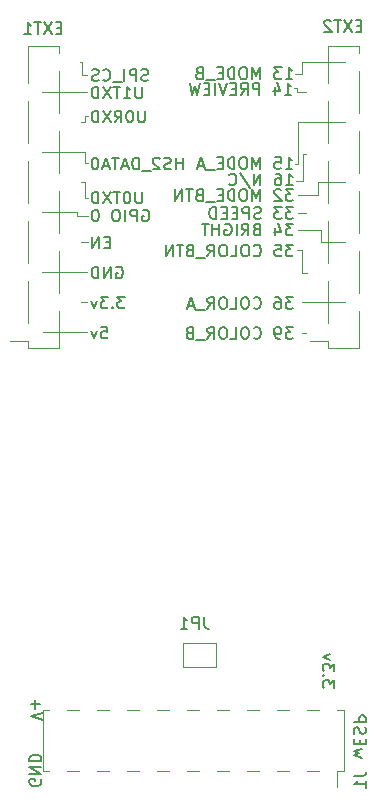
<source format=gbr>
G04 #@! TF.GenerationSoftware,KiCad,Pcbnew,(5.1.5-0-10_14)*
G04 #@! TF.CreationDate,2020-01-23T10:54:37-08:00*
G04 #@! TF.ProjectId,AndyCabinets,416e6479-4361-4626-996e-6574732e6b69,rev?*
G04 #@! TF.SameCoordinates,Original*
G04 #@! TF.FileFunction,Legend,Bot*
G04 #@! TF.FilePolarity,Positive*
%FSLAX46Y46*%
G04 Gerber Fmt 4.6, Leading zero omitted, Abs format (unit mm)*
G04 Created by KiCad (PCBNEW (5.1.5-0-10_14)) date 2020-01-23 10:54:37*
%MOMM*%
%LPD*%
G04 APERTURE LIST*
%ADD10C,0.150000*%
%ADD11C,0.120000*%
G04 APERTURE END LIST*
D10*
X211872485Y-131103042D02*
X211205819Y-130912566D01*
X211682009Y-130722090D01*
X211205819Y-130531614D01*
X211872485Y-130341138D01*
X211729628Y-129960185D02*
X211729628Y-129626852D01*
X211205819Y-129483995D02*
X211205819Y-129960185D01*
X212205819Y-129960185D01*
X212205819Y-129483995D01*
X211253438Y-129103042D02*
X211205819Y-128960185D01*
X211205819Y-128722090D01*
X211253438Y-128626852D01*
X211301057Y-128579233D01*
X211396295Y-128531614D01*
X211491533Y-128531614D01*
X211586771Y-128579233D01*
X211634390Y-128626852D01*
X211682009Y-128722090D01*
X211729628Y-128912566D01*
X211777247Y-129007804D01*
X211824866Y-129055423D01*
X211920104Y-129103042D01*
X212015342Y-129103042D01*
X212110580Y-129055423D01*
X212158200Y-129007804D01*
X212205819Y-128912566D01*
X212205819Y-128674471D01*
X212158200Y-128531614D01*
X211205819Y-128103042D02*
X212205819Y-128103042D01*
X212205819Y-127722090D01*
X212158200Y-127626852D01*
X212110580Y-127579233D01*
X212015342Y-127531614D01*
X211872485Y-127531614D01*
X211777247Y-127579233D01*
X211729628Y-127626852D01*
X211682009Y-127722090D01*
X211682009Y-128103042D01*
X184875419Y-127950261D02*
X183875419Y-127616928D01*
X184875419Y-127283595D01*
X184256371Y-126950261D02*
X184256371Y-126188357D01*
X183875419Y-126569309D02*
X184637323Y-126569309D01*
X184700800Y-132947795D02*
X184748419Y-133043033D01*
X184748419Y-133185890D01*
X184700800Y-133328747D01*
X184605561Y-133423985D01*
X184510323Y-133471604D01*
X184319847Y-133519223D01*
X184176990Y-133519223D01*
X183986514Y-133471604D01*
X183891276Y-133423985D01*
X183796038Y-133328747D01*
X183748419Y-133185890D01*
X183748419Y-133090652D01*
X183796038Y-132947795D01*
X183843657Y-132900176D01*
X184176990Y-132900176D01*
X184176990Y-133090652D01*
X183748419Y-132471604D02*
X184748419Y-132471604D01*
X183748419Y-131900176D01*
X184748419Y-131900176D01*
X183748419Y-131423985D02*
X184748419Y-131423985D01*
X184748419Y-131185890D01*
X184700800Y-131043033D01*
X184605561Y-130947795D01*
X184510323Y-130900176D01*
X184319847Y-130852557D01*
X184176990Y-130852557D01*
X183986514Y-130900176D01*
X183891276Y-130947795D01*
X183796038Y-131043033D01*
X183748419Y-131185890D01*
X183748419Y-131423985D01*
X209564219Y-125184842D02*
X209564219Y-124565795D01*
X209183266Y-124899128D01*
X209183266Y-124756271D01*
X209135647Y-124661033D01*
X209088028Y-124613414D01*
X208992790Y-124565795D01*
X208754695Y-124565795D01*
X208659457Y-124613414D01*
X208611838Y-124661033D01*
X208564219Y-124756271D01*
X208564219Y-125041985D01*
X208611838Y-125137223D01*
X208659457Y-125184842D01*
X208659457Y-124137223D02*
X208611838Y-124089604D01*
X208564219Y-124137223D01*
X208611838Y-124184842D01*
X208659457Y-124137223D01*
X208564219Y-124137223D01*
X209564219Y-123756271D02*
X209564219Y-123137223D01*
X209183266Y-123470557D01*
X209183266Y-123327700D01*
X209135647Y-123232461D01*
X209088028Y-123184842D01*
X208992790Y-123137223D01*
X208754695Y-123137223D01*
X208659457Y-123184842D01*
X208611838Y-123232461D01*
X208564219Y-123327700D01*
X208564219Y-123613414D01*
X208611838Y-123708652D01*
X208659457Y-123756271D01*
X209230885Y-122803890D02*
X208564219Y-122565795D01*
X209230885Y-122327700D01*
D11*
X206832200Y-90068400D02*
X207238600Y-90068400D01*
X206806800Y-88138000D02*
X206806800Y-90068400D01*
X206425800Y-88138000D02*
X206806800Y-88138000D01*
X206819500Y-72217229D02*
X206819500Y-73202800D01*
X206375000Y-74422000D02*
X206171800Y-74422000D01*
X206375000Y-74757229D02*
X206375000Y-74422000D01*
X206476600Y-80822800D02*
X206222600Y-80822800D01*
X206476600Y-77292200D02*
X206476600Y-80817771D01*
X206933800Y-82245200D02*
X206324200Y-82245200D01*
X206933800Y-79964229D02*
X206933800Y-82245200D01*
X188163200Y-72237600D02*
X188010800Y-72237600D01*
X188163200Y-73304400D02*
X188163200Y-72237600D01*
X188620400Y-73304400D02*
X188163200Y-73304400D01*
X188468000Y-76801929D02*
X188722000Y-76801929D01*
X188468000Y-80797400D02*
X188722000Y-80797400D01*
X188341000Y-90009929D02*
X188658500Y-90009929D01*
X188595000Y-87469929D02*
X188722000Y-87469929D01*
X188531500Y-85247429D02*
X188722000Y-85247429D01*
X188468000Y-83723429D02*
X188722000Y-83723429D01*
X208153000Y-83456729D02*
X206502000Y-83456729D01*
X208153000Y-82377229D02*
X208153000Y-83456729D01*
X206502000Y-84980729D02*
X207137000Y-84980729D01*
X208407000Y-86441229D02*
X206502000Y-86441229D01*
X208407000Y-87457229D02*
X208407000Y-86441229D01*
X210439000Y-92537229D02*
X206819500Y-92537229D01*
X207200500Y-95140729D02*
X206819500Y-95140729D01*
X206819500Y-72217229D02*
X210439000Y-72217229D01*
X206248000Y-73202800D02*
X206819500Y-73202800D01*
X184785000Y-74769929D02*
X188658500Y-74769929D01*
X188468000Y-77246429D02*
X188468000Y-76801929D01*
X188150500Y-77246429D02*
X188468000Y-77246429D01*
X188468000Y-80797400D02*
X188468000Y-79849929D01*
X184848500Y-79849929D02*
X188468000Y-79849929D01*
X188468000Y-82326429D02*
X188468000Y-83723429D01*
X188087000Y-82326429D02*
X188468000Y-82326429D01*
X187769500Y-85247429D02*
X188531500Y-85247429D01*
X187769500Y-84866429D02*
X187769500Y-85247429D01*
X184785000Y-84866429D02*
X187769500Y-84866429D01*
X188595000Y-87469929D02*
X188150500Y-87469929D01*
X188341000Y-90009929D02*
X184785000Y-90009929D01*
X188150500Y-92549929D02*
X188658500Y-92549929D01*
X184912000Y-95089929D02*
X188658500Y-95089929D01*
X206375000Y-74757229D02*
X207137000Y-74757229D01*
X206476600Y-77297229D02*
X210439000Y-77297229D01*
X206933800Y-79964229D02*
X207137000Y-79964229D01*
X208153000Y-82377229D02*
X210439000Y-82377229D01*
X208407000Y-87457229D02*
X210439000Y-87457229D01*
D10*
X206054189Y-92116609D02*
X205435142Y-92116609D01*
X205768475Y-92497562D01*
X205625618Y-92497562D01*
X205530380Y-92545181D01*
X205482761Y-92592800D01*
X205435142Y-92688038D01*
X205435142Y-92926133D01*
X205482761Y-93021371D01*
X205530380Y-93068990D01*
X205625618Y-93116609D01*
X205911332Y-93116609D01*
X206006570Y-93068990D01*
X206054189Y-93021371D01*
X204577999Y-92116609D02*
X204768475Y-92116609D01*
X204863713Y-92164229D01*
X204911332Y-92211848D01*
X205006570Y-92354705D01*
X205054189Y-92545181D01*
X205054189Y-92926133D01*
X205006570Y-93021371D01*
X204958951Y-93068990D01*
X204863713Y-93116609D01*
X204673237Y-93116609D01*
X204577999Y-93068990D01*
X204530380Y-93021371D01*
X204482761Y-92926133D01*
X204482761Y-92688038D01*
X204530380Y-92592800D01*
X204577999Y-92545181D01*
X204673237Y-92497562D01*
X204863713Y-92497562D01*
X204958951Y-92545181D01*
X205006570Y-92592800D01*
X205054189Y-92688038D01*
X202720856Y-93021371D02*
X202768475Y-93068990D01*
X202911332Y-93116609D01*
X203006570Y-93116609D01*
X203149427Y-93068990D01*
X203244666Y-92973752D01*
X203292285Y-92878514D01*
X203339904Y-92688038D01*
X203339904Y-92545181D01*
X203292285Y-92354705D01*
X203244666Y-92259467D01*
X203149427Y-92164229D01*
X203006570Y-92116609D01*
X202911332Y-92116609D01*
X202768475Y-92164229D01*
X202720856Y-92211848D01*
X202101808Y-92116609D02*
X201911332Y-92116609D01*
X201816094Y-92164229D01*
X201720856Y-92259467D01*
X201673237Y-92449943D01*
X201673237Y-92783276D01*
X201720856Y-92973752D01*
X201816094Y-93068990D01*
X201911332Y-93116609D01*
X202101808Y-93116609D01*
X202197047Y-93068990D01*
X202292285Y-92973752D01*
X202339904Y-92783276D01*
X202339904Y-92449943D01*
X202292285Y-92259467D01*
X202197047Y-92164229D01*
X202101808Y-92116609D01*
X200768475Y-93116609D02*
X201244666Y-93116609D01*
X201244666Y-92116609D01*
X200244666Y-92116609D02*
X200054189Y-92116609D01*
X199958951Y-92164229D01*
X199863713Y-92259467D01*
X199816094Y-92449943D01*
X199816094Y-92783276D01*
X199863713Y-92973752D01*
X199958951Y-93068990D01*
X200054189Y-93116609D01*
X200244666Y-93116609D01*
X200339904Y-93068990D01*
X200435142Y-92973752D01*
X200482761Y-92783276D01*
X200482761Y-92449943D01*
X200435142Y-92259467D01*
X200339904Y-92164229D01*
X200244666Y-92116609D01*
X198816094Y-93116609D02*
X199149427Y-92640419D01*
X199387523Y-93116609D02*
X199387523Y-92116609D01*
X199006570Y-92116609D01*
X198911332Y-92164229D01*
X198863713Y-92211848D01*
X198816094Y-92307086D01*
X198816094Y-92449943D01*
X198863713Y-92545181D01*
X198911332Y-92592800D01*
X199006570Y-92640419D01*
X199387523Y-92640419D01*
X198625618Y-93211848D02*
X197863713Y-93211848D01*
X197673237Y-92830895D02*
X197197047Y-92830895D01*
X197768475Y-93116609D02*
X197435142Y-92116609D01*
X197101808Y-93116609D01*
X205435142Y-73655180D02*
X206006570Y-73655180D01*
X205720856Y-73655180D02*
X205720856Y-72655180D01*
X205816094Y-72798038D01*
X205911332Y-72893276D01*
X206006570Y-72940895D01*
X205101808Y-72655180D02*
X204482761Y-72655180D01*
X204816094Y-73036133D01*
X204673237Y-73036133D01*
X204577999Y-73083752D01*
X204530380Y-73131371D01*
X204482761Y-73226609D01*
X204482761Y-73464704D01*
X204530380Y-73559942D01*
X204577999Y-73607561D01*
X204673237Y-73655180D01*
X204958951Y-73655180D01*
X205054189Y-73607561D01*
X205101808Y-73559942D01*
X203292285Y-73655180D02*
X203292285Y-72655180D01*
X202958951Y-73369466D01*
X202625618Y-72655180D01*
X202625618Y-73655180D01*
X201958951Y-72655180D02*
X201768475Y-72655180D01*
X201673237Y-72702800D01*
X201577999Y-72798038D01*
X201530380Y-72988514D01*
X201530380Y-73321847D01*
X201577999Y-73512323D01*
X201673237Y-73607561D01*
X201768475Y-73655180D01*
X201958951Y-73655180D01*
X202054189Y-73607561D01*
X202149427Y-73512323D01*
X202197047Y-73321847D01*
X202197047Y-72988514D01*
X202149427Y-72798038D01*
X202054189Y-72702800D01*
X201958951Y-72655180D01*
X201101808Y-73655180D02*
X201101808Y-72655180D01*
X200863713Y-72655180D01*
X200720856Y-72702800D01*
X200625618Y-72798038D01*
X200577999Y-72893276D01*
X200530380Y-73083752D01*
X200530380Y-73226609D01*
X200577999Y-73417085D01*
X200625618Y-73512323D01*
X200720856Y-73607561D01*
X200863713Y-73655180D01*
X201101808Y-73655180D01*
X200101808Y-73131371D02*
X199768475Y-73131371D01*
X199625618Y-73655180D02*
X200101808Y-73655180D01*
X200101808Y-72655180D01*
X199625618Y-72655180D01*
X199435142Y-73750419D02*
X198673237Y-73750419D01*
X198101808Y-73131371D02*
X197958951Y-73178990D01*
X197911332Y-73226609D01*
X197863713Y-73321847D01*
X197863713Y-73464704D01*
X197911332Y-73559942D01*
X197958951Y-73607561D01*
X198054189Y-73655180D01*
X198435142Y-73655180D01*
X198435142Y-72655180D01*
X198101808Y-72655180D01*
X198006570Y-72702800D01*
X197958951Y-72750419D01*
X197911332Y-72845657D01*
X197911332Y-72940895D01*
X197958951Y-73036133D01*
X198006570Y-73083752D01*
X198101808Y-73131371D01*
X198435142Y-73131371D01*
X205363195Y-74975980D02*
X205934623Y-74975980D01*
X205648909Y-74975980D02*
X205648909Y-73975980D01*
X205744147Y-74118838D01*
X205839385Y-74214076D01*
X205934623Y-74261695D01*
X204506052Y-74309314D02*
X204506052Y-74975980D01*
X204744147Y-73928361D02*
X204982242Y-74642647D01*
X204363195Y-74642647D01*
X203220338Y-74975980D02*
X203220338Y-73975980D01*
X202839385Y-73975980D01*
X202744147Y-74023600D01*
X202696528Y-74071219D01*
X202648909Y-74166457D01*
X202648909Y-74309314D01*
X202696528Y-74404552D01*
X202744147Y-74452171D01*
X202839385Y-74499790D01*
X203220338Y-74499790D01*
X201648909Y-74975980D02*
X201982242Y-74499790D01*
X202220338Y-74975980D02*
X202220338Y-73975980D01*
X201839385Y-73975980D01*
X201744147Y-74023600D01*
X201696528Y-74071219D01*
X201648909Y-74166457D01*
X201648909Y-74309314D01*
X201696528Y-74404552D01*
X201744147Y-74452171D01*
X201839385Y-74499790D01*
X202220338Y-74499790D01*
X201220338Y-74452171D02*
X200887004Y-74452171D01*
X200744147Y-74975980D02*
X201220338Y-74975980D01*
X201220338Y-73975980D01*
X200744147Y-73975980D01*
X200458433Y-73975980D02*
X200125100Y-74975980D01*
X199791766Y-73975980D01*
X199458433Y-74975980D02*
X199458433Y-73975980D01*
X198982242Y-74452171D02*
X198648909Y-74452171D01*
X198506052Y-74975980D02*
X198982242Y-74975980D01*
X198982242Y-73975980D01*
X198506052Y-73975980D01*
X198172719Y-73975980D02*
X197934623Y-74975980D01*
X197744147Y-74261695D01*
X197553671Y-74975980D01*
X197315576Y-73975980D01*
X205435142Y-81254809D02*
X206006570Y-81254809D01*
X205720856Y-81254809D02*
X205720856Y-80254809D01*
X205816094Y-80397667D01*
X205911332Y-80492905D01*
X206006570Y-80540524D01*
X204530380Y-80254809D02*
X205006570Y-80254809D01*
X205054189Y-80731000D01*
X205006570Y-80683381D01*
X204911332Y-80635762D01*
X204673237Y-80635762D01*
X204577999Y-80683381D01*
X204530380Y-80731000D01*
X204482761Y-80826238D01*
X204482761Y-81064333D01*
X204530380Y-81159571D01*
X204577999Y-81207190D01*
X204673237Y-81254809D01*
X204911332Y-81254809D01*
X205006570Y-81207190D01*
X205054189Y-81159571D01*
X203292285Y-81254809D02*
X203292285Y-80254809D01*
X202958951Y-80969095D01*
X202625618Y-80254809D01*
X202625618Y-81254809D01*
X201958951Y-80254809D02*
X201768475Y-80254809D01*
X201673237Y-80302429D01*
X201577999Y-80397667D01*
X201530380Y-80588143D01*
X201530380Y-80921476D01*
X201577999Y-81111952D01*
X201673237Y-81207190D01*
X201768475Y-81254809D01*
X201958951Y-81254809D01*
X202054189Y-81207190D01*
X202149427Y-81111952D01*
X202197047Y-80921476D01*
X202197047Y-80588143D01*
X202149427Y-80397667D01*
X202054189Y-80302429D01*
X201958951Y-80254809D01*
X201101808Y-81254809D02*
X201101808Y-80254809D01*
X200863713Y-80254809D01*
X200720856Y-80302429D01*
X200625618Y-80397667D01*
X200577999Y-80492905D01*
X200530380Y-80683381D01*
X200530380Y-80826238D01*
X200577999Y-81016714D01*
X200625618Y-81111952D01*
X200720856Y-81207190D01*
X200863713Y-81254809D01*
X201101808Y-81254809D01*
X200101808Y-80731000D02*
X199768475Y-80731000D01*
X199625618Y-81254809D02*
X200101808Y-81254809D01*
X200101808Y-80254809D01*
X199625618Y-80254809D01*
X199435142Y-81350048D02*
X198673237Y-81350048D01*
X198482761Y-80969095D02*
X198006570Y-80969095D01*
X198577999Y-81254809D02*
X198244666Y-80254809D01*
X197911332Y-81254809D01*
X205452095Y-82651809D02*
X206023523Y-82651809D01*
X205737809Y-82651809D02*
X205737809Y-81651809D01*
X205833047Y-81794667D01*
X205928285Y-81889905D01*
X206023523Y-81937524D01*
X204594952Y-81651809D02*
X204785428Y-81651809D01*
X204880666Y-81699429D01*
X204928285Y-81747048D01*
X205023523Y-81889905D01*
X205071142Y-82080381D01*
X205071142Y-82461333D01*
X205023523Y-82556571D01*
X204975904Y-82604190D01*
X204880666Y-82651809D01*
X204690190Y-82651809D01*
X204594952Y-82604190D01*
X204547333Y-82556571D01*
X204499714Y-82461333D01*
X204499714Y-82223238D01*
X204547333Y-82128000D01*
X204594952Y-82080381D01*
X204690190Y-82032762D01*
X204880666Y-82032762D01*
X204975904Y-82080381D01*
X205023523Y-82128000D01*
X205071142Y-82223238D01*
X203309238Y-82651809D02*
X203309238Y-81651809D01*
X202737809Y-82651809D01*
X202737809Y-81651809D01*
X201547333Y-81604190D02*
X202404476Y-82889905D01*
X200642571Y-82556571D02*
X200690190Y-82604190D01*
X200833047Y-82651809D01*
X200928285Y-82651809D01*
X201071142Y-82604190D01*
X201166380Y-82508952D01*
X201213999Y-82413714D01*
X201261619Y-82223238D01*
X201261619Y-82080381D01*
X201213999Y-81889905D01*
X201166380Y-81794667D01*
X201071142Y-81699429D01*
X200928285Y-81651809D01*
X200833047Y-81651809D01*
X200690190Y-81699429D01*
X200642571Y-81747048D01*
X193793423Y-73759961D02*
X193650566Y-73807580D01*
X193412471Y-73807580D01*
X193317233Y-73759961D01*
X193269614Y-73712342D01*
X193221995Y-73617104D01*
X193221995Y-73521866D01*
X193269614Y-73426628D01*
X193317233Y-73379009D01*
X193412471Y-73331390D01*
X193602947Y-73283771D01*
X193698185Y-73236152D01*
X193745804Y-73188533D01*
X193793423Y-73093295D01*
X193793423Y-72998057D01*
X193745804Y-72902819D01*
X193698185Y-72855200D01*
X193602947Y-72807580D01*
X193364852Y-72807580D01*
X193221995Y-72855200D01*
X192793423Y-73807580D02*
X192793423Y-72807580D01*
X192412471Y-72807580D01*
X192317233Y-72855200D01*
X192269614Y-72902819D01*
X192221995Y-72998057D01*
X192221995Y-73140914D01*
X192269614Y-73236152D01*
X192317233Y-73283771D01*
X192412471Y-73331390D01*
X192793423Y-73331390D01*
X191793423Y-73807580D02*
X191793423Y-72807580D01*
X191555328Y-73902819D02*
X190793423Y-73902819D01*
X189983900Y-73712342D02*
X190031519Y-73759961D01*
X190174376Y-73807580D01*
X190269614Y-73807580D01*
X190412471Y-73759961D01*
X190507709Y-73664723D01*
X190555328Y-73569485D01*
X190602947Y-73379009D01*
X190602947Y-73236152D01*
X190555328Y-73045676D01*
X190507709Y-72950438D01*
X190412471Y-72855200D01*
X190269614Y-72807580D01*
X190174376Y-72807580D01*
X190031519Y-72855200D01*
X189983900Y-72902819D01*
X189602947Y-73759961D02*
X189460090Y-73807580D01*
X189221995Y-73807580D01*
X189126757Y-73759961D01*
X189079138Y-73712342D01*
X189031519Y-73617104D01*
X189031519Y-73521866D01*
X189079138Y-73426628D01*
X189126757Y-73379009D01*
X189221995Y-73331390D01*
X189412471Y-73283771D01*
X189507709Y-73236152D01*
X189555328Y-73188533D01*
X189602947Y-73093295D01*
X189602947Y-72998057D01*
X189555328Y-72902819D01*
X189507709Y-72855200D01*
X189412471Y-72807580D01*
X189174376Y-72807580D01*
X189031519Y-72855200D01*
X193291404Y-74285809D02*
X193291404Y-75095333D01*
X193243785Y-75190571D01*
X193196166Y-75238190D01*
X193100928Y-75285809D01*
X192910452Y-75285809D01*
X192815214Y-75238190D01*
X192767595Y-75190571D01*
X192719976Y-75095333D01*
X192719976Y-74285809D01*
X191719976Y-75285809D02*
X192291404Y-75285809D01*
X192005690Y-75285809D02*
X192005690Y-74285809D01*
X192100928Y-74428667D01*
X192196166Y-74523905D01*
X192291404Y-74571524D01*
X191434261Y-74285809D02*
X190862833Y-74285809D01*
X191148547Y-75285809D02*
X191148547Y-74285809D01*
X190624738Y-74285809D02*
X189958071Y-75285809D01*
X189958071Y-74285809D02*
X190624738Y-75285809D01*
X189577119Y-75285809D02*
X189577119Y-74285809D01*
X189339023Y-74285809D01*
X189196166Y-74333429D01*
X189100928Y-74428667D01*
X189053309Y-74523905D01*
X189005690Y-74714381D01*
X189005690Y-74857238D01*
X189053309Y-75047714D01*
X189100928Y-75142952D01*
X189196166Y-75238190D01*
X189339023Y-75285809D01*
X189577119Y-75285809D01*
X193529499Y-76317809D02*
X193529499Y-77127333D01*
X193481880Y-77222571D01*
X193434261Y-77270190D01*
X193339023Y-77317809D01*
X193148547Y-77317809D01*
X193053309Y-77270190D01*
X193005690Y-77222571D01*
X192958071Y-77127333D01*
X192958071Y-76317809D01*
X192291404Y-76317809D02*
X192196166Y-76317809D01*
X192100928Y-76365429D01*
X192053309Y-76413048D01*
X192005690Y-76508286D01*
X191958071Y-76698762D01*
X191958071Y-76936857D01*
X192005690Y-77127333D01*
X192053309Y-77222571D01*
X192100928Y-77270190D01*
X192196166Y-77317809D01*
X192291404Y-77317809D01*
X192386642Y-77270190D01*
X192434261Y-77222571D01*
X192481880Y-77127333D01*
X192529499Y-76936857D01*
X192529499Y-76698762D01*
X192481880Y-76508286D01*
X192434261Y-76413048D01*
X192386642Y-76365429D01*
X192291404Y-76317809D01*
X190958071Y-77317809D02*
X191291404Y-76841619D01*
X191529499Y-77317809D02*
X191529499Y-76317809D01*
X191148547Y-76317809D01*
X191053309Y-76365429D01*
X191005690Y-76413048D01*
X190958071Y-76508286D01*
X190958071Y-76651143D01*
X191005690Y-76746381D01*
X191053309Y-76794000D01*
X191148547Y-76841619D01*
X191529499Y-76841619D01*
X190624737Y-76317809D02*
X189958071Y-77317809D01*
X189958071Y-76317809D02*
X190624737Y-77317809D01*
X189577118Y-77317809D02*
X189577118Y-76317809D01*
X189339023Y-76317809D01*
X189196166Y-76365429D01*
X189100928Y-76460667D01*
X189053309Y-76555905D01*
X189005690Y-76746381D01*
X189005690Y-76889238D01*
X189053309Y-77079714D01*
X189100928Y-77174952D01*
X189196166Y-77270190D01*
X189339023Y-77317809D01*
X189577118Y-77317809D01*
X196719975Y-81300580D02*
X196719975Y-80300580D01*
X196719975Y-80776771D02*
X196148547Y-80776771D01*
X196148547Y-81300580D02*
X196148547Y-80300580D01*
X195719975Y-81252961D02*
X195577118Y-81300580D01*
X195339023Y-81300580D01*
X195243785Y-81252961D01*
X195196166Y-81205342D01*
X195148547Y-81110104D01*
X195148547Y-81014866D01*
X195196166Y-80919628D01*
X195243785Y-80872009D01*
X195339023Y-80824390D01*
X195529499Y-80776771D01*
X195624737Y-80729152D01*
X195672356Y-80681533D01*
X195719975Y-80586295D01*
X195719975Y-80491057D01*
X195672356Y-80395819D01*
X195624737Y-80348200D01*
X195529499Y-80300580D01*
X195291404Y-80300580D01*
X195148547Y-80348200D01*
X194767594Y-80395819D02*
X194719975Y-80348200D01*
X194624737Y-80300580D01*
X194386642Y-80300580D01*
X194291404Y-80348200D01*
X194243785Y-80395819D01*
X194196166Y-80491057D01*
X194196166Y-80586295D01*
X194243785Y-80729152D01*
X194815213Y-81300580D01*
X194196166Y-81300580D01*
X194005690Y-81395819D02*
X193243785Y-81395819D01*
X193005690Y-81300580D02*
X193005690Y-80300580D01*
X192767594Y-80300580D01*
X192624737Y-80348200D01*
X192529499Y-80443438D01*
X192481880Y-80538676D01*
X192434261Y-80729152D01*
X192434261Y-80872009D01*
X192481880Y-81062485D01*
X192529499Y-81157723D01*
X192624737Y-81252961D01*
X192767594Y-81300580D01*
X193005690Y-81300580D01*
X192053309Y-81014866D02*
X191577118Y-81014866D01*
X192148547Y-81300580D02*
X191815213Y-80300580D01*
X191481880Y-81300580D01*
X191291404Y-80300580D02*
X190719975Y-80300580D01*
X191005690Y-81300580D02*
X191005690Y-80300580D01*
X190434261Y-81014866D02*
X189958071Y-81014866D01*
X190529499Y-81300580D02*
X190196166Y-80300580D01*
X189862832Y-81300580D01*
X189339023Y-80300580D02*
X189243785Y-80300580D01*
X189148547Y-80348200D01*
X189100928Y-80395819D01*
X189053309Y-80491057D01*
X189005690Y-80681533D01*
X189005690Y-80919628D01*
X189053309Y-81110104D01*
X189100928Y-81205342D01*
X189148547Y-81252961D01*
X189243785Y-81300580D01*
X189339023Y-81300580D01*
X189434261Y-81252961D01*
X189481880Y-81205342D01*
X189529499Y-81110104D01*
X189577118Y-80919628D01*
X189577118Y-80681533D01*
X189529499Y-80491057D01*
X189481880Y-80395819D01*
X189434261Y-80348200D01*
X189339023Y-80300580D01*
X193291404Y-83175809D02*
X193291404Y-83985333D01*
X193243785Y-84080571D01*
X193196166Y-84128190D01*
X193100928Y-84175809D01*
X192910452Y-84175809D01*
X192815214Y-84128190D01*
X192767595Y-84080571D01*
X192719976Y-83985333D01*
X192719976Y-83175809D01*
X192053309Y-83175809D02*
X191958071Y-83175809D01*
X191862833Y-83223429D01*
X191815214Y-83271048D01*
X191767595Y-83366286D01*
X191719976Y-83556762D01*
X191719976Y-83794857D01*
X191767595Y-83985333D01*
X191815214Y-84080571D01*
X191862833Y-84128190D01*
X191958071Y-84175809D01*
X192053309Y-84175809D01*
X192148547Y-84128190D01*
X192196166Y-84080571D01*
X192243785Y-83985333D01*
X192291404Y-83794857D01*
X192291404Y-83556762D01*
X192243785Y-83366286D01*
X192196166Y-83271048D01*
X192148547Y-83223429D01*
X192053309Y-83175809D01*
X191434261Y-83175809D02*
X190862833Y-83175809D01*
X191148547Y-84175809D02*
X191148547Y-83175809D01*
X190624738Y-83175809D02*
X189958071Y-84175809D01*
X189958071Y-83175809D02*
X190624738Y-84175809D01*
X189577119Y-84175809D02*
X189577119Y-83175809D01*
X189339023Y-83175809D01*
X189196166Y-83223429D01*
X189100928Y-83318667D01*
X189053309Y-83413905D01*
X189005690Y-83604381D01*
X189005690Y-83747238D01*
X189053309Y-83937714D01*
X189100928Y-84032952D01*
X189196166Y-84128190D01*
X189339023Y-84175809D01*
X189577119Y-84175809D01*
X193323595Y-84747429D02*
X193418833Y-84699809D01*
X193561690Y-84699809D01*
X193704547Y-84747429D01*
X193799785Y-84842667D01*
X193847404Y-84937905D01*
X193895023Y-85128381D01*
X193895023Y-85271238D01*
X193847404Y-85461714D01*
X193799785Y-85556952D01*
X193704547Y-85652190D01*
X193561690Y-85699809D01*
X193466452Y-85699809D01*
X193323595Y-85652190D01*
X193275976Y-85604571D01*
X193275976Y-85271238D01*
X193466452Y-85271238D01*
X192847404Y-85699809D02*
X192847404Y-84699809D01*
X192466452Y-84699809D01*
X192371214Y-84747429D01*
X192323595Y-84795048D01*
X192275976Y-84890286D01*
X192275976Y-85033143D01*
X192323595Y-85128381D01*
X192371214Y-85176000D01*
X192466452Y-85223619D01*
X192847404Y-85223619D01*
X191847404Y-85699809D02*
X191847404Y-84699809D01*
X191180738Y-84699809D02*
X190990261Y-84699809D01*
X190895023Y-84747429D01*
X190799785Y-84842667D01*
X190752166Y-85033143D01*
X190752166Y-85366476D01*
X190799785Y-85556952D01*
X190895023Y-85652190D01*
X190990261Y-85699809D01*
X191180738Y-85699809D01*
X191275976Y-85652190D01*
X191371214Y-85556952D01*
X191418833Y-85366476D01*
X191418833Y-85033143D01*
X191371214Y-84842667D01*
X191275976Y-84747429D01*
X191180738Y-84699809D01*
X189371214Y-84699809D02*
X189275976Y-84699809D01*
X189180738Y-84747429D01*
X189133119Y-84795048D01*
X189085500Y-84890286D01*
X189037880Y-85080762D01*
X189037880Y-85318857D01*
X189085500Y-85509333D01*
X189133119Y-85604571D01*
X189180738Y-85652190D01*
X189275976Y-85699809D01*
X189371214Y-85699809D01*
X189466452Y-85652190D01*
X189514071Y-85604571D01*
X189561690Y-85509333D01*
X189609309Y-85318857D01*
X189609309Y-85080762D01*
X189561690Y-84890286D01*
X189514071Y-84795048D01*
X189466452Y-84747429D01*
X189371214Y-84699809D01*
X190529499Y-87462000D02*
X190196166Y-87462000D01*
X190053309Y-87985809D02*
X190529499Y-87985809D01*
X190529499Y-86985809D01*
X190053309Y-86985809D01*
X189624737Y-87985809D02*
X189624737Y-86985809D01*
X189053309Y-87985809D01*
X189053309Y-86985809D01*
X206054189Y-82972609D02*
X205435142Y-82972609D01*
X205768475Y-83353562D01*
X205625618Y-83353562D01*
X205530380Y-83401181D01*
X205482761Y-83448800D01*
X205435142Y-83544038D01*
X205435142Y-83782133D01*
X205482761Y-83877371D01*
X205530380Y-83924990D01*
X205625618Y-83972609D01*
X205911332Y-83972609D01*
X206006570Y-83924990D01*
X206054189Y-83877371D01*
X205054189Y-83067848D02*
X205006570Y-83020229D01*
X204911332Y-82972609D01*
X204673237Y-82972609D01*
X204577999Y-83020229D01*
X204530380Y-83067848D01*
X204482761Y-83163086D01*
X204482761Y-83258324D01*
X204530380Y-83401181D01*
X205101808Y-83972609D01*
X204482761Y-83972609D01*
X203292285Y-83972609D02*
X203292285Y-82972609D01*
X202958951Y-83686895D01*
X202625618Y-82972609D01*
X202625618Y-83972609D01*
X201958951Y-82972609D02*
X201768475Y-82972609D01*
X201673237Y-83020229D01*
X201577999Y-83115467D01*
X201530380Y-83305943D01*
X201530380Y-83639276D01*
X201577999Y-83829752D01*
X201673237Y-83924990D01*
X201768475Y-83972609D01*
X201958951Y-83972609D01*
X202054189Y-83924990D01*
X202149427Y-83829752D01*
X202197047Y-83639276D01*
X202197047Y-83305943D01*
X202149427Y-83115467D01*
X202054189Y-83020229D01*
X201958951Y-82972609D01*
X201101808Y-83972609D02*
X201101808Y-82972609D01*
X200863713Y-82972609D01*
X200720856Y-83020229D01*
X200625618Y-83115467D01*
X200577999Y-83210705D01*
X200530380Y-83401181D01*
X200530380Y-83544038D01*
X200577999Y-83734514D01*
X200625618Y-83829752D01*
X200720856Y-83924990D01*
X200863713Y-83972609D01*
X201101808Y-83972609D01*
X200101808Y-83448800D02*
X199768475Y-83448800D01*
X199625618Y-83972609D02*
X200101808Y-83972609D01*
X200101808Y-82972609D01*
X199625618Y-82972609D01*
X199435142Y-84067848D02*
X198673237Y-84067848D01*
X198101808Y-83448800D02*
X197958951Y-83496419D01*
X197911332Y-83544038D01*
X197863713Y-83639276D01*
X197863713Y-83782133D01*
X197911332Y-83877371D01*
X197958951Y-83924990D01*
X198054189Y-83972609D01*
X198435142Y-83972609D01*
X198435142Y-82972609D01*
X198101808Y-82972609D01*
X198006570Y-83020229D01*
X197958951Y-83067848D01*
X197911332Y-83163086D01*
X197911332Y-83258324D01*
X197958951Y-83353562D01*
X198006570Y-83401181D01*
X198101808Y-83448800D01*
X198435142Y-83448800D01*
X197577999Y-82972609D02*
X197006570Y-82972609D01*
X197292285Y-83972609D02*
X197292285Y-82972609D01*
X196673237Y-83972609D02*
X196673237Y-82972609D01*
X196101808Y-83972609D01*
X196101808Y-82972609D01*
X206054189Y-84496609D02*
X205435142Y-84496609D01*
X205768475Y-84877562D01*
X205625618Y-84877562D01*
X205530380Y-84925181D01*
X205482761Y-84972800D01*
X205435142Y-85068038D01*
X205435142Y-85306133D01*
X205482761Y-85401371D01*
X205530380Y-85448990D01*
X205625618Y-85496609D01*
X205911332Y-85496609D01*
X206006570Y-85448990D01*
X206054189Y-85401371D01*
X205101808Y-84496609D02*
X204482761Y-84496609D01*
X204816094Y-84877562D01*
X204673237Y-84877562D01*
X204577999Y-84925181D01*
X204530380Y-84972800D01*
X204482761Y-85068038D01*
X204482761Y-85306133D01*
X204530380Y-85401371D01*
X204577999Y-85448990D01*
X204673237Y-85496609D01*
X204958951Y-85496609D01*
X205054189Y-85448990D01*
X205101808Y-85401371D01*
X203339904Y-85448990D02*
X203197047Y-85496609D01*
X202958951Y-85496609D01*
X202863713Y-85448990D01*
X202816094Y-85401371D01*
X202768475Y-85306133D01*
X202768475Y-85210895D01*
X202816094Y-85115657D01*
X202863713Y-85068038D01*
X202958951Y-85020419D01*
X203149427Y-84972800D01*
X203244666Y-84925181D01*
X203292285Y-84877562D01*
X203339904Y-84782324D01*
X203339904Y-84687086D01*
X203292285Y-84591848D01*
X203244666Y-84544229D01*
X203149427Y-84496609D01*
X202911332Y-84496609D01*
X202768475Y-84544229D01*
X202339904Y-85496609D02*
X202339904Y-84496609D01*
X201958951Y-84496609D01*
X201863713Y-84544229D01*
X201816094Y-84591848D01*
X201768475Y-84687086D01*
X201768475Y-84829943D01*
X201816094Y-84925181D01*
X201863713Y-84972800D01*
X201958951Y-85020419D01*
X202339904Y-85020419D01*
X201339904Y-84972800D02*
X201006570Y-84972800D01*
X200863713Y-85496609D02*
X201339904Y-85496609D01*
X201339904Y-84496609D01*
X200863713Y-84496609D01*
X200435142Y-84972800D02*
X200101808Y-84972800D01*
X199958951Y-85496609D02*
X200435142Y-85496609D01*
X200435142Y-84496609D01*
X199958951Y-84496609D01*
X199530380Y-85496609D02*
X199530380Y-84496609D01*
X199292285Y-84496609D01*
X199149427Y-84544229D01*
X199054189Y-84639467D01*
X199006570Y-84734705D01*
X198958951Y-84925181D01*
X198958951Y-85068038D01*
X199006570Y-85258514D01*
X199054189Y-85353752D01*
X199149427Y-85448990D01*
X199292285Y-85496609D01*
X199530380Y-85496609D01*
X206054189Y-85893609D02*
X205435142Y-85893609D01*
X205768475Y-86274562D01*
X205625618Y-86274562D01*
X205530380Y-86322181D01*
X205482761Y-86369800D01*
X205435142Y-86465038D01*
X205435142Y-86703133D01*
X205482761Y-86798371D01*
X205530380Y-86845990D01*
X205625618Y-86893609D01*
X205911332Y-86893609D01*
X206006570Y-86845990D01*
X206054189Y-86798371D01*
X204577999Y-86226943D02*
X204577999Y-86893609D01*
X204816094Y-85845990D02*
X205054189Y-86560276D01*
X204435142Y-86560276D01*
X202958951Y-86369800D02*
X202816094Y-86417419D01*
X202768475Y-86465038D01*
X202720856Y-86560276D01*
X202720856Y-86703133D01*
X202768475Y-86798371D01*
X202816094Y-86845990D01*
X202911332Y-86893609D01*
X203292285Y-86893609D01*
X203292285Y-85893609D01*
X202958951Y-85893609D01*
X202863713Y-85941229D01*
X202816094Y-85988848D01*
X202768475Y-86084086D01*
X202768475Y-86179324D01*
X202816094Y-86274562D01*
X202863713Y-86322181D01*
X202958951Y-86369800D01*
X203292285Y-86369800D01*
X201720856Y-86893609D02*
X202054189Y-86417419D01*
X202292285Y-86893609D02*
X202292285Y-85893609D01*
X201911332Y-85893609D01*
X201816094Y-85941229D01*
X201768475Y-85988848D01*
X201720856Y-86084086D01*
X201720856Y-86226943D01*
X201768475Y-86322181D01*
X201816094Y-86369800D01*
X201911332Y-86417419D01*
X202292285Y-86417419D01*
X201292285Y-86893609D02*
X201292285Y-85893609D01*
X200292285Y-85941229D02*
X200387523Y-85893609D01*
X200530380Y-85893609D01*
X200673237Y-85941229D01*
X200768475Y-86036467D01*
X200816094Y-86131705D01*
X200863713Y-86322181D01*
X200863713Y-86465038D01*
X200816094Y-86655514D01*
X200768475Y-86750752D01*
X200673237Y-86845990D01*
X200530380Y-86893609D01*
X200435142Y-86893609D01*
X200292285Y-86845990D01*
X200244666Y-86798371D01*
X200244666Y-86465038D01*
X200435142Y-86465038D01*
X199816094Y-86893609D02*
X199816094Y-85893609D01*
X199816094Y-86369800D02*
X199244666Y-86369800D01*
X199244666Y-86893609D02*
X199244666Y-85893609D01*
X198911332Y-85893609D02*
X198339904Y-85893609D01*
X198625618Y-86893609D02*
X198625618Y-85893609D01*
X206054189Y-94656609D02*
X205435142Y-94656609D01*
X205768475Y-95037562D01*
X205625618Y-95037562D01*
X205530380Y-95085181D01*
X205482761Y-95132800D01*
X205435142Y-95228038D01*
X205435142Y-95466133D01*
X205482761Y-95561371D01*
X205530380Y-95608990D01*
X205625618Y-95656609D01*
X205911332Y-95656609D01*
X206006570Y-95608990D01*
X206054189Y-95561371D01*
X204958951Y-95656609D02*
X204768475Y-95656609D01*
X204673237Y-95608990D01*
X204625618Y-95561371D01*
X204530380Y-95418514D01*
X204482761Y-95228038D01*
X204482761Y-94847086D01*
X204530380Y-94751848D01*
X204577999Y-94704229D01*
X204673237Y-94656609D01*
X204863713Y-94656609D01*
X204958951Y-94704229D01*
X205006570Y-94751848D01*
X205054189Y-94847086D01*
X205054189Y-95085181D01*
X205006570Y-95180419D01*
X204958951Y-95228038D01*
X204863713Y-95275657D01*
X204673237Y-95275657D01*
X204577999Y-95228038D01*
X204530380Y-95180419D01*
X204482761Y-95085181D01*
X202720856Y-95561371D02*
X202768475Y-95608990D01*
X202911332Y-95656609D01*
X203006570Y-95656609D01*
X203149427Y-95608990D01*
X203244666Y-95513752D01*
X203292285Y-95418514D01*
X203339904Y-95228038D01*
X203339904Y-95085181D01*
X203292285Y-94894705D01*
X203244666Y-94799467D01*
X203149427Y-94704229D01*
X203006570Y-94656609D01*
X202911332Y-94656609D01*
X202768475Y-94704229D01*
X202720856Y-94751848D01*
X202101808Y-94656609D02*
X201911332Y-94656609D01*
X201816094Y-94704229D01*
X201720856Y-94799467D01*
X201673237Y-94989943D01*
X201673237Y-95323276D01*
X201720856Y-95513752D01*
X201816094Y-95608990D01*
X201911332Y-95656609D01*
X202101808Y-95656609D01*
X202197047Y-95608990D01*
X202292285Y-95513752D01*
X202339904Y-95323276D01*
X202339904Y-94989943D01*
X202292285Y-94799467D01*
X202197047Y-94704229D01*
X202101808Y-94656609D01*
X200768475Y-95656609D02*
X201244666Y-95656609D01*
X201244666Y-94656609D01*
X200244666Y-94656609D02*
X200054189Y-94656609D01*
X199958951Y-94704229D01*
X199863713Y-94799467D01*
X199816094Y-94989943D01*
X199816094Y-95323276D01*
X199863713Y-95513752D01*
X199958951Y-95608990D01*
X200054189Y-95656609D01*
X200244666Y-95656609D01*
X200339904Y-95608990D01*
X200435142Y-95513752D01*
X200482761Y-95323276D01*
X200482761Y-94989943D01*
X200435142Y-94799467D01*
X200339904Y-94704229D01*
X200244666Y-94656609D01*
X198816094Y-95656609D02*
X199149427Y-95180419D01*
X199387523Y-95656609D02*
X199387523Y-94656609D01*
X199006570Y-94656609D01*
X198911332Y-94704229D01*
X198863713Y-94751848D01*
X198816094Y-94847086D01*
X198816094Y-94989943D01*
X198863713Y-95085181D01*
X198911332Y-95132800D01*
X199006570Y-95180419D01*
X199387523Y-95180419D01*
X198625618Y-95751848D02*
X197863713Y-95751848D01*
X197292285Y-95132800D02*
X197149427Y-95180419D01*
X197101808Y-95228038D01*
X197054189Y-95323276D01*
X197054189Y-95466133D01*
X197101808Y-95561371D01*
X197149427Y-95608990D01*
X197244666Y-95656609D01*
X197625618Y-95656609D01*
X197625618Y-94656609D01*
X197292285Y-94656609D01*
X197197047Y-94704229D01*
X197149427Y-94751848D01*
X197101808Y-94847086D01*
X197101808Y-94942324D01*
X197149427Y-95037562D01*
X197197047Y-95085181D01*
X197292285Y-95132800D01*
X197625618Y-95132800D01*
X206058442Y-87666580D02*
X205439395Y-87666580D01*
X205772728Y-88047533D01*
X205629871Y-88047533D01*
X205534633Y-88095152D01*
X205487014Y-88142771D01*
X205439395Y-88238009D01*
X205439395Y-88476104D01*
X205487014Y-88571342D01*
X205534633Y-88618961D01*
X205629871Y-88666580D01*
X205915585Y-88666580D01*
X206010823Y-88618961D01*
X206058442Y-88571342D01*
X204534633Y-87666580D02*
X205010823Y-87666580D01*
X205058442Y-88142771D01*
X205010823Y-88095152D01*
X204915585Y-88047533D01*
X204677490Y-88047533D01*
X204582252Y-88095152D01*
X204534633Y-88142771D01*
X204487014Y-88238009D01*
X204487014Y-88476104D01*
X204534633Y-88571342D01*
X204582252Y-88618961D01*
X204677490Y-88666580D01*
X204915585Y-88666580D01*
X205010823Y-88618961D01*
X205058442Y-88571342D01*
X202725109Y-88571342D02*
X202772728Y-88618961D01*
X202915585Y-88666580D01*
X203010823Y-88666580D01*
X203153680Y-88618961D01*
X203248919Y-88523723D01*
X203296538Y-88428485D01*
X203344157Y-88238009D01*
X203344157Y-88095152D01*
X203296538Y-87904676D01*
X203248919Y-87809438D01*
X203153680Y-87714200D01*
X203010823Y-87666580D01*
X202915585Y-87666580D01*
X202772728Y-87714200D01*
X202725109Y-87761819D01*
X202106061Y-87666580D02*
X201915585Y-87666580D01*
X201820347Y-87714200D01*
X201725109Y-87809438D01*
X201677490Y-87999914D01*
X201677490Y-88333247D01*
X201725109Y-88523723D01*
X201820347Y-88618961D01*
X201915585Y-88666580D01*
X202106061Y-88666580D01*
X202201300Y-88618961D01*
X202296538Y-88523723D01*
X202344157Y-88333247D01*
X202344157Y-87999914D01*
X202296538Y-87809438D01*
X202201300Y-87714200D01*
X202106061Y-87666580D01*
X200772728Y-88666580D02*
X201248919Y-88666580D01*
X201248919Y-87666580D01*
X200248919Y-87666580D02*
X200058442Y-87666580D01*
X199963204Y-87714200D01*
X199867966Y-87809438D01*
X199820347Y-87999914D01*
X199820347Y-88333247D01*
X199867966Y-88523723D01*
X199963204Y-88618961D01*
X200058442Y-88666580D01*
X200248919Y-88666580D01*
X200344157Y-88618961D01*
X200439395Y-88523723D01*
X200487014Y-88333247D01*
X200487014Y-87999914D01*
X200439395Y-87809438D01*
X200344157Y-87714200D01*
X200248919Y-87666580D01*
X198820347Y-88666580D02*
X199153680Y-88190390D01*
X199391776Y-88666580D02*
X199391776Y-87666580D01*
X199010823Y-87666580D01*
X198915585Y-87714200D01*
X198867966Y-87761819D01*
X198820347Y-87857057D01*
X198820347Y-87999914D01*
X198867966Y-88095152D01*
X198915585Y-88142771D01*
X199010823Y-88190390D01*
X199391776Y-88190390D01*
X198629871Y-88761819D02*
X197867966Y-88761819D01*
X197296538Y-88142771D02*
X197153680Y-88190390D01*
X197106061Y-88238009D01*
X197058442Y-88333247D01*
X197058442Y-88476104D01*
X197106061Y-88571342D01*
X197153680Y-88618961D01*
X197248919Y-88666580D01*
X197629871Y-88666580D01*
X197629871Y-87666580D01*
X197296538Y-87666580D01*
X197201300Y-87714200D01*
X197153680Y-87761819D01*
X197106061Y-87857057D01*
X197106061Y-87952295D01*
X197153680Y-88047533D01*
X197201300Y-88095152D01*
X197296538Y-88142771D01*
X197629871Y-88142771D01*
X196772728Y-87666580D02*
X196201300Y-87666580D01*
X196487014Y-88666580D02*
X196487014Y-87666580D01*
X195867966Y-88666580D02*
X195867966Y-87666580D01*
X195296538Y-88666580D01*
X195296538Y-87666580D01*
X191100928Y-89573429D02*
X191196166Y-89525809D01*
X191339023Y-89525809D01*
X191481880Y-89573429D01*
X191577118Y-89668667D01*
X191624737Y-89763905D01*
X191672356Y-89954381D01*
X191672356Y-90097238D01*
X191624737Y-90287714D01*
X191577118Y-90382952D01*
X191481880Y-90478190D01*
X191339023Y-90525809D01*
X191243785Y-90525809D01*
X191100928Y-90478190D01*
X191053309Y-90430571D01*
X191053309Y-90097238D01*
X191243785Y-90097238D01*
X190624737Y-90525809D02*
X190624737Y-89525809D01*
X190053309Y-90525809D01*
X190053309Y-89525809D01*
X189577118Y-90525809D02*
X189577118Y-89525809D01*
X189339023Y-89525809D01*
X189196166Y-89573429D01*
X189100928Y-89668667D01*
X189053309Y-89763905D01*
X189005690Y-89954381D01*
X189005690Y-90097238D01*
X189053309Y-90287714D01*
X189100928Y-90382952D01*
X189196166Y-90478190D01*
X189339023Y-90525809D01*
X189577118Y-90525809D01*
X189815214Y-94605809D02*
X190291404Y-94605809D01*
X190339023Y-95082000D01*
X190291404Y-95034381D01*
X190196166Y-94986762D01*
X189958071Y-94986762D01*
X189862833Y-95034381D01*
X189815214Y-95082000D01*
X189767595Y-95177238D01*
X189767595Y-95415333D01*
X189815214Y-95510571D01*
X189862833Y-95558190D01*
X189958071Y-95605809D01*
X190196166Y-95605809D01*
X190291404Y-95558190D01*
X190339023Y-95510571D01*
X189434261Y-94939143D02*
X189196166Y-95605809D01*
X188958071Y-94939143D01*
X191815213Y-92065809D02*
X191196166Y-92065809D01*
X191529499Y-92446762D01*
X191386642Y-92446762D01*
X191291404Y-92494381D01*
X191243785Y-92542000D01*
X191196166Y-92637238D01*
X191196166Y-92875333D01*
X191243785Y-92970571D01*
X191291404Y-93018190D01*
X191386642Y-93065809D01*
X191672356Y-93065809D01*
X191767594Y-93018190D01*
X191815213Y-92970571D01*
X190767594Y-92970571D02*
X190719975Y-93018190D01*
X190767594Y-93065809D01*
X190815213Y-93018190D01*
X190767594Y-92970571D01*
X190767594Y-93065809D01*
X190386642Y-92065809D02*
X189767594Y-92065809D01*
X190100928Y-92446762D01*
X189958071Y-92446762D01*
X189862832Y-92494381D01*
X189815213Y-92542000D01*
X189767594Y-92637238D01*
X189767594Y-92875333D01*
X189815213Y-92970571D01*
X189862832Y-93018190D01*
X189958071Y-93065809D01*
X190243785Y-93065809D01*
X190339023Y-93018190D01*
X190386642Y-92970571D01*
X189434261Y-92399143D02*
X189196166Y-93065809D01*
X188958071Y-92399143D01*
D11*
X210392321Y-127067800D02*
X210392321Y-132267800D01*
X210392321Y-132267800D02*
X209822321Y-132267800D01*
X208302321Y-132267800D02*
X207282321Y-132267800D01*
X205762321Y-132267800D02*
X204742321Y-132267800D01*
X203222321Y-132267800D02*
X202202321Y-132267800D01*
X200682321Y-132267800D02*
X199662321Y-132267800D01*
X198142321Y-132267800D02*
X197122321Y-132267800D01*
X195602321Y-132267800D02*
X194582321Y-132267800D01*
X193062321Y-132267800D02*
X192042321Y-132267800D01*
X190522321Y-132267800D02*
X189502321Y-132267800D01*
X187982321Y-132267800D02*
X186962321Y-132267800D01*
X185442321Y-132267800D02*
X184872321Y-132267800D01*
X184872321Y-127067800D02*
X184872321Y-132267800D01*
X210392321Y-127067800D02*
X209822321Y-127067800D01*
X208302321Y-127067800D02*
X207282321Y-127067800D01*
X205762321Y-127067800D02*
X204742321Y-127067800D01*
X203222321Y-127067800D02*
X202202321Y-127067800D01*
X200682321Y-127067800D02*
X199662321Y-127067800D01*
X198142321Y-127067800D02*
X197122321Y-127067800D01*
X195602321Y-127067800D02*
X194582321Y-127067800D01*
X193062321Y-127067800D02*
X192042321Y-127067800D01*
X190522321Y-127067800D02*
X189502321Y-127067800D01*
X187982321Y-127067800D02*
X186962321Y-127067800D01*
X185442321Y-127067800D02*
X184872321Y-127067800D01*
X209822321Y-132267800D02*
X209822321Y-133627800D01*
X196745400Y-123428000D02*
X199545400Y-123428000D01*
X199545400Y-123428000D02*
X199545400Y-121428000D01*
X199545400Y-121428000D02*
X196745400Y-121428000D01*
X196745400Y-121428000D02*
X196745400Y-123428000D01*
X208994363Y-73991099D02*
X208994363Y-70881099D01*
X208994363Y-79071099D02*
X208994363Y-75511099D01*
X208994363Y-84151099D02*
X208994363Y-80591099D01*
X208994363Y-89231099D02*
X208994363Y-85671099D01*
X208994363Y-94311099D02*
X208994363Y-90751099D01*
X211654363Y-76531099D02*
X211654363Y-72971099D01*
X211654363Y-81611099D02*
X211654363Y-78051099D01*
X211654363Y-86691099D02*
X211654363Y-83131099D01*
X211654363Y-91771099D02*
X211654363Y-88211099D01*
X211654363Y-71451099D02*
X211654363Y-70881099D01*
X208994363Y-96401099D02*
X208994363Y-95831099D01*
X208994363Y-95831099D02*
X207474363Y-95831099D01*
X211654363Y-96401099D02*
X211654363Y-93291099D01*
X208994363Y-70881099D02*
X211654363Y-70881099D01*
X208994363Y-96401099D02*
X211654363Y-96401099D01*
X183594363Y-73991099D02*
X183594363Y-70881099D01*
X183594363Y-79071099D02*
X183594363Y-75511099D01*
X183594363Y-84151099D02*
X183594363Y-80591099D01*
X183594363Y-89231099D02*
X183594363Y-85671099D01*
X183594363Y-94311099D02*
X183594363Y-90751099D01*
X186254363Y-76531099D02*
X186254363Y-72971099D01*
X186254363Y-81611099D02*
X186254363Y-78051099D01*
X186254363Y-86691099D02*
X186254363Y-83131099D01*
X186254363Y-91771099D02*
X186254363Y-88211099D01*
X186254363Y-71451099D02*
X186254363Y-70881099D01*
X183594363Y-96401099D02*
X183594363Y-95831099D01*
X183594363Y-95831099D02*
X182074363Y-95831099D01*
X186254363Y-96401099D02*
X186254363Y-93291099D01*
X183594363Y-70881099D02*
X186254363Y-70881099D01*
X183594363Y-96401099D02*
X186254363Y-96401099D01*
D10*
X211262980Y-132661066D02*
X211977266Y-132661066D01*
X212120123Y-132613447D01*
X212215361Y-132518209D01*
X212262980Y-132375352D01*
X212262980Y-132280114D01*
X212262980Y-133661066D02*
X212262980Y-133089638D01*
X212262980Y-133375352D02*
X211262980Y-133375352D01*
X211405838Y-133280114D01*
X211501076Y-133184876D01*
X211548695Y-133089638D01*
X198546933Y-119187980D02*
X198546933Y-119902266D01*
X198594552Y-120045123D01*
X198689790Y-120140361D01*
X198832647Y-120187980D01*
X198927885Y-120187980D01*
X198070742Y-120187980D02*
X198070742Y-119187980D01*
X197689790Y-119187980D01*
X197594552Y-119235600D01*
X197546933Y-119283219D01*
X197499314Y-119378457D01*
X197499314Y-119521314D01*
X197546933Y-119616552D01*
X197594552Y-119664171D01*
X197689790Y-119711790D01*
X198070742Y-119711790D01*
X196546933Y-120187980D02*
X197118361Y-120187980D01*
X196832647Y-120187980D02*
X196832647Y-119187980D01*
X196927885Y-119330838D01*
X197023123Y-119426076D01*
X197118361Y-119473695D01*
X211846919Y-69128500D02*
X211513585Y-69128500D01*
X211370728Y-69652309D02*
X211846919Y-69652309D01*
X211846919Y-68652309D01*
X211370728Y-68652309D01*
X211037395Y-68652309D02*
X210370728Y-69652309D01*
X210370728Y-68652309D02*
X211037395Y-69652309D01*
X210132633Y-68652309D02*
X209561204Y-68652309D01*
X209846919Y-69652309D02*
X209846919Y-68652309D01*
X209275490Y-68747548D02*
X209227871Y-68699929D01*
X209132633Y-68652309D01*
X208894538Y-68652309D01*
X208799300Y-68699929D01*
X208751680Y-68747548D01*
X208704061Y-68842786D01*
X208704061Y-68938024D01*
X208751680Y-69080881D01*
X209323109Y-69652309D01*
X208704061Y-69652309D01*
X186446919Y-69319000D02*
X186113585Y-69319000D01*
X185970728Y-69842809D02*
X186446919Y-69842809D01*
X186446919Y-68842809D01*
X185970728Y-68842809D01*
X185637395Y-68842809D02*
X184970728Y-69842809D01*
X184970728Y-68842809D02*
X185637395Y-69842809D01*
X184732633Y-68842809D02*
X184161204Y-68842809D01*
X184446919Y-69842809D02*
X184446919Y-68842809D01*
X183304061Y-69842809D02*
X183875490Y-69842809D01*
X183589776Y-69842809D02*
X183589776Y-68842809D01*
X183685014Y-68985667D01*
X183780252Y-69080905D01*
X183875490Y-69128524D01*
M02*

</source>
